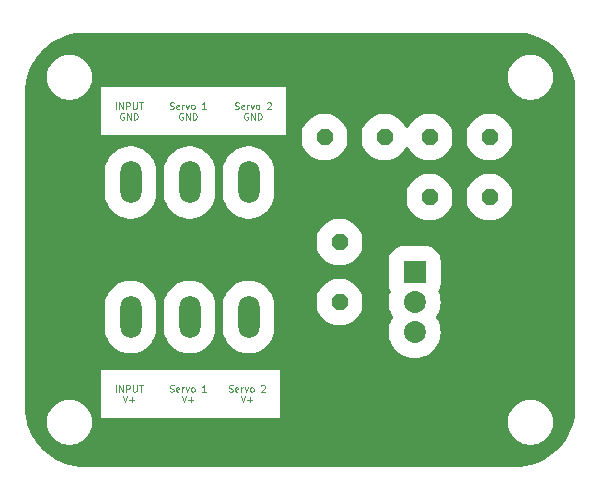
<source format=gbr>
%TF.GenerationSoftware,KiCad,Pcbnew,8.0.1-rc1*%
%TF.CreationDate,2024-04-19T00:03:43-05:00*%
%TF.ProjectId,voltage_converter,766f6c74-6167-4655-9f63-6f6e76657274,rev?*%
%TF.SameCoordinates,Original*%
%TF.FileFunction,Copper,L1,Top*%
%TF.FilePolarity,Positive*%
%FSLAX46Y46*%
G04 Gerber Fmt 4.6, Leading zero omitted, Abs format (unit mm)*
G04 Created by KiCad (PCBNEW 8.0.1-rc1) date 2024-04-19 00:03:43*
%MOMM*%
%LPD*%
G01*
G04 APERTURE LIST*
G04 Aperture macros list*
%AMOutline5P*
0 Free polygon, 5 corners , with rotation*
0 The origin of the aperture is its center*
0 number of corners: always 5*
0 $1 to $10 corner X, Y*
0 $11 Rotation angle, in degrees counterclockwise*
0 create outline with 5 corners*
4,1,5,$1,$2,$3,$4,$5,$6,$7,$8,$9,$10,$1,$2,$11*%
%AMOutline6P*
0 Free polygon, 6 corners , with rotation*
0 The origin of the aperture is its center*
0 number of corners: always 6*
0 $1 to $12 corner X, Y*
0 $13 Rotation angle, in degrees counterclockwise*
0 create outline with 6 corners*
4,1,6,$1,$2,$3,$4,$5,$6,$7,$8,$9,$10,$11,$12,$1,$2,$13*%
%AMOutline7P*
0 Free polygon, 7 corners , with rotation*
0 The origin of the aperture is its center*
0 number of corners: always 7*
0 $1 to $14 corner X, Y*
0 $15 Rotation angle, in degrees counterclockwise*
0 create outline with 7 corners*
4,1,7,$1,$2,$3,$4,$5,$6,$7,$8,$9,$10,$11,$12,$13,$14,$1,$2,$15*%
%AMOutline8P*
0 Free polygon, 8 corners , with rotation*
0 The origin of the aperture is its center*
0 number of corners: always 8*
0 $1 to $16 corner X, Y*
0 $17 Rotation angle, in degrees counterclockwise*
0 create outline with 8 corners*
4,1,8,$1,$2,$3,$4,$5,$6,$7,$8,$9,$10,$11,$12,$13,$14,$15,$16,$1,$2,$17*%
G04 Aperture macros list end*
%ADD10C,0.048768*%
%TA.AperFunction,NonConductor*%
%ADD11C,0.048768*%
%TD*%
%TA.AperFunction,ComponentPad*%
%ADD12Outline8P,-0.660400X0.273547X-0.273547X0.660400X0.273547X0.660400X0.660400X0.273547X0.660400X-0.273547X0.273547X-0.660400X-0.273547X-0.660400X-0.660400X-0.273547X270.000000*%
%TD*%
%TA.AperFunction,ComponentPad*%
%ADD13Outline8P,-0.660400X0.273547X-0.273547X0.660400X0.273547X0.660400X0.660400X0.273547X0.660400X-0.273547X0.273547X-0.660400X-0.273547X-0.660400X-0.660400X-0.273547X180.000000*%
%TD*%
%TA.AperFunction,ComponentPad*%
%ADD14Outline8P,-0.660400X0.273547X-0.273547X0.660400X0.273547X0.660400X0.660400X0.273547X0.660400X-0.273547X0.273547X-0.660400X-0.273547X-0.660400X-0.660400X-0.273547X0.000000*%
%TD*%
%TA.AperFunction,ComponentPad*%
%ADD15C,1.860000*%
%TD*%
%TA.AperFunction,ComponentPad*%
%ADD16R,1.860000X1.860000*%
%TD*%
%TA.AperFunction,ComponentPad*%
%ADD17O,1.790700X3.581400*%
%TD*%
G04 APERTURE END LIST*
D10*
D11*
X142977741Y-93058296D02*
X143057860Y-93085002D01*
X143057860Y-93085002D02*
X143191391Y-93085002D01*
X143191391Y-93085002D02*
X143244804Y-93058296D01*
X143244804Y-93058296D02*
X143271510Y-93031589D01*
X143271510Y-93031589D02*
X143298216Y-92978177D01*
X143298216Y-92978177D02*
X143298216Y-92924764D01*
X143298216Y-92924764D02*
X143271510Y-92871352D01*
X143271510Y-92871352D02*
X143244804Y-92844645D01*
X143244804Y-92844645D02*
X143191391Y-92817939D01*
X143191391Y-92817939D02*
X143084566Y-92791233D01*
X143084566Y-92791233D02*
X143031153Y-92764526D01*
X143031153Y-92764526D02*
X143004447Y-92737820D01*
X143004447Y-92737820D02*
X142977741Y-92684408D01*
X142977741Y-92684408D02*
X142977741Y-92630995D01*
X142977741Y-92630995D02*
X143004447Y-92577582D01*
X143004447Y-92577582D02*
X143031153Y-92550876D01*
X143031153Y-92550876D02*
X143084566Y-92524170D01*
X143084566Y-92524170D02*
X143218097Y-92524170D01*
X143218097Y-92524170D02*
X143298216Y-92550876D01*
X143752223Y-93058296D02*
X143698811Y-93085002D01*
X143698811Y-93085002D02*
X143591986Y-93085002D01*
X143591986Y-93085002D02*
X143538573Y-93058296D01*
X143538573Y-93058296D02*
X143511867Y-93004883D01*
X143511867Y-93004883D02*
X143511867Y-92791233D01*
X143511867Y-92791233D02*
X143538573Y-92737820D01*
X143538573Y-92737820D02*
X143591986Y-92711114D01*
X143591986Y-92711114D02*
X143698811Y-92711114D01*
X143698811Y-92711114D02*
X143752223Y-92737820D01*
X143752223Y-92737820D02*
X143778930Y-92791233D01*
X143778930Y-92791233D02*
X143778930Y-92844645D01*
X143778930Y-92844645D02*
X143511867Y-92898058D01*
X144019286Y-93085002D02*
X144019286Y-92711114D01*
X144019286Y-92817939D02*
X144045992Y-92764526D01*
X144045992Y-92764526D02*
X144072699Y-92737820D01*
X144072699Y-92737820D02*
X144126111Y-92711114D01*
X144126111Y-92711114D02*
X144179524Y-92711114D01*
X144313055Y-92711114D02*
X144446587Y-93085002D01*
X144446587Y-93085002D02*
X144580118Y-92711114D01*
X144873888Y-93085002D02*
X144820475Y-93058296D01*
X144820475Y-93058296D02*
X144793769Y-93031589D01*
X144793769Y-93031589D02*
X144767063Y-92978177D01*
X144767063Y-92978177D02*
X144767063Y-92817939D01*
X144767063Y-92817939D02*
X144793769Y-92764526D01*
X144793769Y-92764526D02*
X144820475Y-92737820D01*
X144820475Y-92737820D02*
X144873888Y-92711114D01*
X144873888Y-92711114D02*
X144954007Y-92711114D01*
X144954007Y-92711114D02*
X145007419Y-92737820D01*
X145007419Y-92737820D02*
X145034126Y-92764526D01*
X145034126Y-92764526D02*
X145060832Y-92817939D01*
X145060832Y-92817939D02*
X145060832Y-92978177D01*
X145060832Y-92978177D02*
X145034126Y-93031589D01*
X145034126Y-93031589D02*
X145007419Y-93058296D01*
X145007419Y-93058296D02*
X144954007Y-93085002D01*
X144954007Y-93085002D02*
X144873888Y-93085002D01*
X145701783Y-92577582D02*
X145728489Y-92550876D01*
X145728489Y-92550876D02*
X145781902Y-92524170D01*
X145781902Y-92524170D02*
X145915433Y-92524170D01*
X145915433Y-92524170D02*
X145968846Y-92550876D01*
X145968846Y-92550876D02*
X145995552Y-92577582D01*
X145995552Y-92577582D02*
X146022258Y-92630995D01*
X146022258Y-92630995D02*
X146022258Y-92684408D01*
X146022258Y-92684408D02*
X145995552Y-92764526D01*
X145995552Y-92764526D02*
X145675076Y-93085002D01*
X145675076Y-93085002D02*
X146022258Y-93085002D01*
X144072699Y-93453784D02*
X144019287Y-93427078D01*
X144019287Y-93427078D02*
X143939168Y-93427078D01*
X143939168Y-93427078D02*
X143859049Y-93453784D01*
X143859049Y-93453784D02*
X143805636Y-93507197D01*
X143805636Y-93507197D02*
X143778930Y-93560609D01*
X143778930Y-93560609D02*
X143752224Y-93667434D01*
X143752224Y-93667434D02*
X143752224Y-93747553D01*
X143752224Y-93747553D02*
X143778930Y-93854378D01*
X143778930Y-93854378D02*
X143805636Y-93907791D01*
X143805636Y-93907791D02*
X143859049Y-93961204D01*
X143859049Y-93961204D02*
X143939168Y-93987910D01*
X143939168Y-93987910D02*
X143992580Y-93987910D01*
X143992580Y-93987910D02*
X144072699Y-93961204D01*
X144072699Y-93961204D02*
X144099405Y-93934497D01*
X144099405Y-93934497D02*
X144099405Y-93747553D01*
X144099405Y-93747553D02*
X143992580Y-93747553D01*
X144339762Y-93987910D02*
X144339762Y-93427078D01*
X144339762Y-93427078D02*
X144660237Y-93987910D01*
X144660237Y-93987910D02*
X144660237Y-93427078D01*
X144927300Y-93987910D02*
X144927300Y-93427078D01*
X144927300Y-93427078D02*
X145060831Y-93427078D01*
X145060831Y-93427078D02*
X145140950Y-93453784D01*
X145140950Y-93453784D02*
X145194363Y-93507197D01*
X145194363Y-93507197D02*
X145221069Y-93560609D01*
X145221069Y-93560609D02*
X145247775Y-93667434D01*
X145247775Y-93667434D02*
X145247775Y-93747553D01*
X145247775Y-93747553D02*
X145221069Y-93854378D01*
X145221069Y-93854378D02*
X145194363Y-93907791D01*
X145194363Y-93907791D02*
X145140950Y-93961204D01*
X145140950Y-93961204D02*
X145060831Y-93987910D01*
X145060831Y-93987910D02*
X144927300Y-93987910D01*
D10*
D11*
X142477741Y-116999215D02*
X142557860Y-117025921D01*
X142557860Y-117025921D02*
X142691391Y-117025921D01*
X142691391Y-117025921D02*
X142744804Y-116999215D01*
X142744804Y-116999215D02*
X142771510Y-116972508D01*
X142771510Y-116972508D02*
X142798216Y-116919096D01*
X142798216Y-116919096D02*
X142798216Y-116865683D01*
X142798216Y-116865683D02*
X142771510Y-116812271D01*
X142771510Y-116812271D02*
X142744804Y-116785564D01*
X142744804Y-116785564D02*
X142691391Y-116758858D01*
X142691391Y-116758858D02*
X142584566Y-116732152D01*
X142584566Y-116732152D02*
X142531153Y-116705445D01*
X142531153Y-116705445D02*
X142504447Y-116678739D01*
X142504447Y-116678739D02*
X142477741Y-116625327D01*
X142477741Y-116625327D02*
X142477741Y-116571914D01*
X142477741Y-116571914D02*
X142504447Y-116518501D01*
X142504447Y-116518501D02*
X142531153Y-116491795D01*
X142531153Y-116491795D02*
X142584566Y-116465089D01*
X142584566Y-116465089D02*
X142718097Y-116465089D01*
X142718097Y-116465089D02*
X142798216Y-116491795D01*
X143252223Y-116999215D02*
X143198811Y-117025921D01*
X143198811Y-117025921D02*
X143091986Y-117025921D01*
X143091986Y-117025921D02*
X143038573Y-116999215D01*
X143038573Y-116999215D02*
X143011867Y-116945802D01*
X143011867Y-116945802D02*
X143011867Y-116732152D01*
X143011867Y-116732152D02*
X143038573Y-116678739D01*
X143038573Y-116678739D02*
X143091986Y-116652033D01*
X143091986Y-116652033D02*
X143198811Y-116652033D01*
X143198811Y-116652033D02*
X143252223Y-116678739D01*
X143252223Y-116678739D02*
X143278930Y-116732152D01*
X143278930Y-116732152D02*
X143278930Y-116785564D01*
X143278930Y-116785564D02*
X143011867Y-116838977D01*
X143519286Y-117025921D02*
X143519286Y-116652033D01*
X143519286Y-116758858D02*
X143545992Y-116705445D01*
X143545992Y-116705445D02*
X143572699Y-116678739D01*
X143572699Y-116678739D02*
X143626111Y-116652033D01*
X143626111Y-116652033D02*
X143679524Y-116652033D01*
X143813055Y-116652033D02*
X143946587Y-117025921D01*
X143946587Y-117025921D02*
X144080118Y-116652033D01*
X144373888Y-117025921D02*
X144320475Y-116999215D01*
X144320475Y-116999215D02*
X144293769Y-116972508D01*
X144293769Y-116972508D02*
X144267063Y-116919096D01*
X144267063Y-116919096D02*
X144267063Y-116758858D01*
X144267063Y-116758858D02*
X144293769Y-116705445D01*
X144293769Y-116705445D02*
X144320475Y-116678739D01*
X144320475Y-116678739D02*
X144373888Y-116652033D01*
X144373888Y-116652033D02*
X144454007Y-116652033D01*
X144454007Y-116652033D02*
X144507419Y-116678739D01*
X144507419Y-116678739D02*
X144534126Y-116705445D01*
X144534126Y-116705445D02*
X144560832Y-116758858D01*
X144560832Y-116758858D02*
X144560832Y-116919096D01*
X144560832Y-116919096D02*
X144534126Y-116972508D01*
X144534126Y-116972508D02*
X144507419Y-116999215D01*
X144507419Y-116999215D02*
X144454007Y-117025921D01*
X144454007Y-117025921D02*
X144373888Y-117025921D01*
X145201783Y-116518501D02*
X145228489Y-116491795D01*
X145228489Y-116491795D02*
X145281902Y-116465089D01*
X145281902Y-116465089D02*
X145415433Y-116465089D01*
X145415433Y-116465089D02*
X145468846Y-116491795D01*
X145468846Y-116491795D02*
X145495552Y-116518501D01*
X145495552Y-116518501D02*
X145522258Y-116571914D01*
X145522258Y-116571914D02*
X145522258Y-116625327D01*
X145522258Y-116625327D02*
X145495552Y-116705445D01*
X145495552Y-116705445D02*
X145175076Y-117025921D01*
X145175076Y-117025921D02*
X145522258Y-117025921D01*
X143465874Y-117367997D02*
X143652818Y-117928829D01*
X143652818Y-117928829D02*
X143839762Y-117367997D01*
X144026706Y-117715179D02*
X144454007Y-117715179D01*
X144240356Y-117928829D02*
X144240356Y-117501528D01*
D10*
D11*
X137477741Y-116999215D02*
X137557860Y-117025921D01*
X137557860Y-117025921D02*
X137691391Y-117025921D01*
X137691391Y-117025921D02*
X137744804Y-116999215D01*
X137744804Y-116999215D02*
X137771510Y-116972508D01*
X137771510Y-116972508D02*
X137798216Y-116919096D01*
X137798216Y-116919096D02*
X137798216Y-116865683D01*
X137798216Y-116865683D02*
X137771510Y-116812271D01*
X137771510Y-116812271D02*
X137744804Y-116785564D01*
X137744804Y-116785564D02*
X137691391Y-116758858D01*
X137691391Y-116758858D02*
X137584566Y-116732152D01*
X137584566Y-116732152D02*
X137531153Y-116705445D01*
X137531153Y-116705445D02*
X137504447Y-116678739D01*
X137504447Y-116678739D02*
X137477741Y-116625327D01*
X137477741Y-116625327D02*
X137477741Y-116571914D01*
X137477741Y-116571914D02*
X137504447Y-116518501D01*
X137504447Y-116518501D02*
X137531153Y-116491795D01*
X137531153Y-116491795D02*
X137584566Y-116465089D01*
X137584566Y-116465089D02*
X137718097Y-116465089D01*
X137718097Y-116465089D02*
X137798216Y-116491795D01*
X138252223Y-116999215D02*
X138198811Y-117025921D01*
X138198811Y-117025921D02*
X138091986Y-117025921D01*
X138091986Y-117025921D02*
X138038573Y-116999215D01*
X138038573Y-116999215D02*
X138011867Y-116945802D01*
X138011867Y-116945802D02*
X138011867Y-116732152D01*
X138011867Y-116732152D02*
X138038573Y-116678739D01*
X138038573Y-116678739D02*
X138091986Y-116652033D01*
X138091986Y-116652033D02*
X138198811Y-116652033D01*
X138198811Y-116652033D02*
X138252223Y-116678739D01*
X138252223Y-116678739D02*
X138278930Y-116732152D01*
X138278930Y-116732152D02*
X138278930Y-116785564D01*
X138278930Y-116785564D02*
X138011867Y-116838977D01*
X138519286Y-117025921D02*
X138519286Y-116652033D01*
X138519286Y-116758858D02*
X138545992Y-116705445D01*
X138545992Y-116705445D02*
X138572699Y-116678739D01*
X138572699Y-116678739D02*
X138626111Y-116652033D01*
X138626111Y-116652033D02*
X138679524Y-116652033D01*
X138813055Y-116652033D02*
X138946587Y-117025921D01*
X138946587Y-117025921D02*
X139080118Y-116652033D01*
X139373888Y-117025921D02*
X139320475Y-116999215D01*
X139320475Y-116999215D02*
X139293769Y-116972508D01*
X139293769Y-116972508D02*
X139267063Y-116919096D01*
X139267063Y-116919096D02*
X139267063Y-116758858D01*
X139267063Y-116758858D02*
X139293769Y-116705445D01*
X139293769Y-116705445D02*
X139320475Y-116678739D01*
X139320475Y-116678739D02*
X139373888Y-116652033D01*
X139373888Y-116652033D02*
X139454007Y-116652033D01*
X139454007Y-116652033D02*
X139507419Y-116678739D01*
X139507419Y-116678739D02*
X139534126Y-116705445D01*
X139534126Y-116705445D02*
X139560832Y-116758858D01*
X139560832Y-116758858D02*
X139560832Y-116919096D01*
X139560832Y-116919096D02*
X139534126Y-116972508D01*
X139534126Y-116972508D02*
X139507419Y-116999215D01*
X139507419Y-116999215D02*
X139454007Y-117025921D01*
X139454007Y-117025921D02*
X139373888Y-117025921D01*
X140522258Y-117025921D02*
X140201783Y-117025921D01*
X140362020Y-117025921D02*
X140362020Y-116465089D01*
X140362020Y-116465089D02*
X140308608Y-116545208D01*
X140308608Y-116545208D02*
X140255195Y-116598620D01*
X140255195Y-116598620D02*
X140201783Y-116625327D01*
X138465874Y-117367997D02*
X138652818Y-117928829D01*
X138652818Y-117928829D02*
X138839762Y-117367997D01*
X139026706Y-117715179D02*
X139454007Y-117715179D01*
X139240356Y-117928829D02*
X139240356Y-117501528D01*
D10*
D11*
X132918395Y-117025921D02*
X132918395Y-116465089D01*
X133185458Y-117025921D02*
X133185458Y-116465089D01*
X133185458Y-116465089D02*
X133505933Y-117025921D01*
X133505933Y-117025921D02*
X133505933Y-116465089D01*
X133772996Y-117025921D02*
X133772996Y-116465089D01*
X133772996Y-116465089D02*
X133986646Y-116465089D01*
X133986646Y-116465089D02*
X134040059Y-116491795D01*
X134040059Y-116491795D02*
X134066765Y-116518501D01*
X134066765Y-116518501D02*
X134093471Y-116571914D01*
X134093471Y-116571914D02*
X134093471Y-116652033D01*
X134093471Y-116652033D02*
X134066765Y-116705445D01*
X134066765Y-116705445D02*
X134040059Y-116732152D01*
X134040059Y-116732152D02*
X133986646Y-116758858D01*
X133986646Y-116758858D02*
X133772996Y-116758858D01*
X134333828Y-116465089D02*
X134333828Y-116919096D01*
X134333828Y-116919096D02*
X134360534Y-116972508D01*
X134360534Y-116972508D02*
X134387241Y-116999215D01*
X134387241Y-116999215D02*
X134440653Y-117025921D01*
X134440653Y-117025921D02*
X134547478Y-117025921D01*
X134547478Y-117025921D02*
X134600891Y-116999215D01*
X134600891Y-116999215D02*
X134627597Y-116972508D01*
X134627597Y-116972508D02*
X134654303Y-116919096D01*
X134654303Y-116919096D02*
X134654303Y-116465089D01*
X134841247Y-116465089D02*
X135161723Y-116465089D01*
X135001485Y-117025921D02*
X135001485Y-116465089D01*
X133465874Y-117367997D02*
X133652818Y-117928829D01*
X133652818Y-117928829D02*
X133839762Y-117367997D01*
X134026706Y-117715179D02*
X134454007Y-117715179D01*
X134240356Y-117928829D02*
X134240356Y-117501528D01*
D10*
D11*
X132918395Y-93085002D02*
X132918395Y-92524170D01*
X133185458Y-93085002D02*
X133185458Y-92524170D01*
X133185458Y-92524170D02*
X133505933Y-93085002D01*
X133505933Y-93085002D02*
X133505933Y-92524170D01*
X133772996Y-93085002D02*
X133772996Y-92524170D01*
X133772996Y-92524170D02*
X133986646Y-92524170D01*
X133986646Y-92524170D02*
X134040059Y-92550876D01*
X134040059Y-92550876D02*
X134066765Y-92577582D01*
X134066765Y-92577582D02*
X134093471Y-92630995D01*
X134093471Y-92630995D02*
X134093471Y-92711114D01*
X134093471Y-92711114D02*
X134066765Y-92764526D01*
X134066765Y-92764526D02*
X134040059Y-92791233D01*
X134040059Y-92791233D02*
X133986646Y-92817939D01*
X133986646Y-92817939D02*
X133772996Y-92817939D01*
X134333828Y-92524170D02*
X134333828Y-92978177D01*
X134333828Y-92978177D02*
X134360534Y-93031589D01*
X134360534Y-93031589D02*
X134387241Y-93058296D01*
X134387241Y-93058296D02*
X134440653Y-93085002D01*
X134440653Y-93085002D02*
X134547478Y-93085002D01*
X134547478Y-93085002D02*
X134600891Y-93058296D01*
X134600891Y-93058296D02*
X134627597Y-93031589D01*
X134627597Y-93031589D02*
X134654303Y-92978177D01*
X134654303Y-92978177D02*
X134654303Y-92524170D01*
X134841247Y-92524170D02*
X135161723Y-92524170D01*
X135001485Y-93085002D02*
X135001485Y-92524170D01*
X133572699Y-93453784D02*
X133519287Y-93427078D01*
X133519287Y-93427078D02*
X133439168Y-93427078D01*
X133439168Y-93427078D02*
X133359049Y-93453784D01*
X133359049Y-93453784D02*
X133305636Y-93507197D01*
X133305636Y-93507197D02*
X133278930Y-93560609D01*
X133278930Y-93560609D02*
X133252224Y-93667434D01*
X133252224Y-93667434D02*
X133252224Y-93747553D01*
X133252224Y-93747553D02*
X133278930Y-93854378D01*
X133278930Y-93854378D02*
X133305636Y-93907791D01*
X133305636Y-93907791D02*
X133359049Y-93961204D01*
X133359049Y-93961204D02*
X133439168Y-93987910D01*
X133439168Y-93987910D02*
X133492580Y-93987910D01*
X133492580Y-93987910D02*
X133572699Y-93961204D01*
X133572699Y-93961204D02*
X133599405Y-93934497D01*
X133599405Y-93934497D02*
X133599405Y-93747553D01*
X133599405Y-93747553D02*
X133492580Y-93747553D01*
X133839762Y-93987910D02*
X133839762Y-93427078D01*
X133839762Y-93427078D02*
X134160237Y-93987910D01*
X134160237Y-93987910D02*
X134160237Y-93427078D01*
X134427300Y-93987910D02*
X134427300Y-93427078D01*
X134427300Y-93427078D02*
X134560831Y-93427078D01*
X134560831Y-93427078D02*
X134640950Y-93453784D01*
X134640950Y-93453784D02*
X134694363Y-93507197D01*
X134694363Y-93507197D02*
X134721069Y-93560609D01*
X134721069Y-93560609D02*
X134747775Y-93667434D01*
X134747775Y-93667434D02*
X134747775Y-93747553D01*
X134747775Y-93747553D02*
X134721069Y-93854378D01*
X134721069Y-93854378D02*
X134694363Y-93907791D01*
X134694363Y-93907791D02*
X134640950Y-93961204D01*
X134640950Y-93961204D02*
X134560831Y-93987910D01*
X134560831Y-93987910D02*
X134427300Y-93987910D01*
D10*
D11*
X137477741Y-93058296D02*
X137557860Y-93085002D01*
X137557860Y-93085002D02*
X137691391Y-93085002D01*
X137691391Y-93085002D02*
X137744804Y-93058296D01*
X137744804Y-93058296D02*
X137771510Y-93031589D01*
X137771510Y-93031589D02*
X137798216Y-92978177D01*
X137798216Y-92978177D02*
X137798216Y-92924764D01*
X137798216Y-92924764D02*
X137771510Y-92871352D01*
X137771510Y-92871352D02*
X137744804Y-92844645D01*
X137744804Y-92844645D02*
X137691391Y-92817939D01*
X137691391Y-92817939D02*
X137584566Y-92791233D01*
X137584566Y-92791233D02*
X137531153Y-92764526D01*
X137531153Y-92764526D02*
X137504447Y-92737820D01*
X137504447Y-92737820D02*
X137477741Y-92684408D01*
X137477741Y-92684408D02*
X137477741Y-92630995D01*
X137477741Y-92630995D02*
X137504447Y-92577582D01*
X137504447Y-92577582D02*
X137531153Y-92550876D01*
X137531153Y-92550876D02*
X137584566Y-92524170D01*
X137584566Y-92524170D02*
X137718097Y-92524170D01*
X137718097Y-92524170D02*
X137798216Y-92550876D01*
X138252223Y-93058296D02*
X138198811Y-93085002D01*
X138198811Y-93085002D02*
X138091986Y-93085002D01*
X138091986Y-93085002D02*
X138038573Y-93058296D01*
X138038573Y-93058296D02*
X138011867Y-93004883D01*
X138011867Y-93004883D02*
X138011867Y-92791233D01*
X138011867Y-92791233D02*
X138038573Y-92737820D01*
X138038573Y-92737820D02*
X138091986Y-92711114D01*
X138091986Y-92711114D02*
X138198811Y-92711114D01*
X138198811Y-92711114D02*
X138252223Y-92737820D01*
X138252223Y-92737820D02*
X138278930Y-92791233D01*
X138278930Y-92791233D02*
X138278930Y-92844645D01*
X138278930Y-92844645D02*
X138011867Y-92898058D01*
X138519286Y-93085002D02*
X138519286Y-92711114D01*
X138519286Y-92817939D02*
X138545992Y-92764526D01*
X138545992Y-92764526D02*
X138572699Y-92737820D01*
X138572699Y-92737820D02*
X138626111Y-92711114D01*
X138626111Y-92711114D02*
X138679524Y-92711114D01*
X138813055Y-92711114D02*
X138946587Y-93085002D01*
X138946587Y-93085002D02*
X139080118Y-92711114D01*
X139373888Y-93085002D02*
X139320475Y-93058296D01*
X139320475Y-93058296D02*
X139293769Y-93031589D01*
X139293769Y-93031589D02*
X139267063Y-92978177D01*
X139267063Y-92978177D02*
X139267063Y-92817939D01*
X139267063Y-92817939D02*
X139293769Y-92764526D01*
X139293769Y-92764526D02*
X139320475Y-92737820D01*
X139320475Y-92737820D02*
X139373888Y-92711114D01*
X139373888Y-92711114D02*
X139454007Y-92711114D01*
X139454007Y-92711114D02*
X139507419Y-92737820D01*
X139507419Y-92737820D02*
X139534126Y-92764526D01*
X139534126Y-92764526D02*
X139560832Y-92817939D01*
X139560832Y-92817939D02*
X139560832Y-92978177D01*
X139560832Y-92978177D02*
X139534126Y-93031589D01*
X139534126Y-93031589D02*
X139507419Y-93058296D01*
X139507419Y-93058296D02*
X139454007Y-93085002D01*
X139454007Y-93085002D02*
X139373888Y-93085002D01*
X140522258Y-93085002D02*
X140201783Y-93085002D01*
X140362020Y-93085002D02*
X140362020Y-92524170D01*
X140362020Y-92524170D02*
X140308608Y-92604289D01*
X140308608Y-92604289D02*
X140255195Y-92657701D01*
X140255195Y-92657701D02*
X140201783Y-92684408D01*
X138572699Y-93453784D02*
X138519287Y-93427078D01*
X138519287Y-93427078D02*
X138439168Y-93427078D01*
X138439168Y-93427078D02*
X138359049Y-93453784D01*
X138359049Y-93453784D02*
X138305636Y-93507197D01*
X138305636Y-93507197D02*
X138278930Y-93560609D01*
X138278930Y-93560609D02*
X138252224Y-93667434D01*
X138252224Y-93667434D02*
X138252224Y-93747553D01*
X138252224Y-93747553D02*
X138278930Y-93854378D01*
X138278930Y-93854378D02*
X138305636Y-93907791D01*
X138305636Y-93907791D02*
X138359049Y-93961204D01*
X138359049Y-93961204D02*
X138439168Y-93987910D01*
X138439168Y-93987910D02*
X138492580Y-93987910D01*
X138492580Y-93987910D02*
X138572699Y-93961204D01*
X138572699Y-93961204D02*
X138599405Y-93934497D01*
X138599405Y-93934497D02*
X138599405Y-93747553D01*
X138599405Y-93747553D02*
X138492580Y-93747553D01*
X138839762Y-93987910D02*
X138839762Y-93427078D01*
X138839762Y-93427078D02*
X139160237Y-93987910D01*
X139160237Y-93987910D02*
X139160237Y-93427078D01*
X139427300Y-93987910D02*
X139427300Y-93427078D01*
X139427300Y-93427078D02*
X139560831Y-93427078D01*
X139560831Y-93427078D02*
X139640950Y-93453784D01*
X139640950Y-93453784D02*
X139694363Y-93507197D01*
X139694363Y-93507197D02*
X139721069Y-93560609D01*
X139721069Y-93560609D02*
X139747775Y-93667434D01*
X139747775Y-93667434D02*
X139747775Y-93747553D01*
X139747775Y-93747553D02*
X139721069Y-93854378D01*
X139721069Y-93854378D02*
X139694363Y-93907791D01*
X139694363Y-93907791D02*
X139640950Y-93961204D01*
X139640950Y-93961204D02*
X139560831Y-93987910D01*
X139560831Y-93987910D02*
X139427300Y-93987910D01*
D12*
%TO.P,R1,2*%
%TO.N,+8V*%
X151841100Y-109443600D03*
%TO.P,R1,1*%
%TO.N,N$3*%
X151841100Y-104363600D03*
%TD*%
D13*
%TO.P,R2,2*%
%TO.N,N$3*%
X159461100Y-100553600D03*
%TO.P,R2,1*%
%TO.N,N$2*%
X164541100Y-100553600D03*
%TD*%
D14*
%TO.P,R3,2*%
%TO.N,N$2*%
X164541100Y-95473600D03*
%TO.P,R3,1*%
%TO.N,N$1*%
X159461100Y-95473600D03*
%TD*%
%TO.P,R4,2*%
%TO.N,N$1*%
X155651100Y-95473600D03*
%TO.P,R4,1*%
%TO.N,GND*%
X150571100Y-95473600D03*
%TD*%
D15*
%TO.P,VR1,3*%
%TO.N,VCC*%
X158191100Y-111983600D03*
%TO.P,VR1,2*%
%TO.N,+8V*%
X158191100Y-109443600D03*
D16*
%TO.P,VR1,1*%
%TO.N,N$3*%
X158191100Y-106903600D03*
%TD*%
D17*
%TO.P,X4,3*%
%TO.N,VCC*%
X134141100Y-110693600D03*
%TO.P,X4,2*%
%TO.N,+8V*%
X139141100Y-110693600D03*
%TO.P,X4,1*%
X144141100Y-110693600D03*
%TD*%
%TO.P,X5,3*%
%TO.N,GND*%
X144141100Y-99303600D03*
%TO.P,X5,2*%
X139141100Y-99303600D03*
%TO.P,X5,1*%
X134141100Y-99303600D03*
%TD*%
%TA.AperFunction,NonConductor*%
G36*
X166753662Y-86619205D02*
G01*
X167163388Y-86636152D01*
X167173561Y-86636995D01*
X167577969Y-86687404D01*
X167588049Y-86689086D01*
X167986901Y-86772716D01*
X167996809Y-86775225D01*
X168387394Y-86891508D01*
X168397062Y-86894827D01*
X168776696Y-87042961D01*
X168786081Y-87047078D01*
X169152157Y-87226042D01*
X169161171Y-87230919D01*
X169511252Y-87439522D01*
X169519831Y-87445128D01*
X169851461Y-87681906D01*
X169859543Y-87688197D01*
X170170512Y-87951574D01*
X170178052Y-87958515D01*
X170466184Y-88246647D01*
X170473125Y-88254187D01*
X170736502Y-88565156D01*
X170742797Y-88573244D01*
X170979571Y-88904868D01*
X170985177Y-88913447D01*
X171193780Y-89263528D01*
X171198657Y-89272542D01*
X171377621Y-89638618D01*
X171381738Y-89648003D01*
X171529867Y-90027625D01*
X171533195Y-90037318D01*
X171649470Y-90427877D01*
X171651986Y-90437812D01*
X171735610Y-90836636D01*
X171737297Y-90846745D01*
X171787702Y-91251117D01*
X171788548Y-91261331D01*
X171805494Y-91671037D01*
X171805600Y-91676161D01*
X171805600Y-118331038D01*
X171805494Y-118336162D01*
X171788548Y-118745868D01*
X171787702Y-118756082D01*
X171737297Y-119160454D01*
X171735610Y-119170563D01*
X171651986Y-119569387D01*
X171649470Y-119579322D01*
X171533195Y-119969881D01*
X171529867Y-119979574D01*
X171381738Y-120359196D01*
X171377621Y-120368581D01*
X171198657Y-120734657D01*
X171193780Y-120743671D01*
X170985177Y-121093752D01*
X170979571Y-121102331D01*
X170742797Y-121433955D01*
X170736502Y-121442043D01*
X170473125Y-121753012D01*
X170466184Y-121760552D01*
X170178052Y-122048684D01*
X170170512Y-122055625D01*
X169859543Y-122319002D01*
X169851455Y-122325297D01*
X169519831Y-122562071D01*
X169511252Y-122567677D01*
X169161171Y-122776280D01*
X169152157Y-122781157D01*
X168786081Y-122960121D01*
X168776696Y-122964238D01*
X168397074Y-123112367D01*
X168387381Y-123115695D01*
X167996822Y-123231970D01*
X167986887Y-123234486D01*
X167588063Y-123318110D01*
X167577954Y-123319797D01*
X167173582Y-123370202D01*
X167163368Y-123371048D01*
X166753663Y-123387994D01*
X166748539Y-123388100D01*
X130253661Y-123388100D01*
X130248537Y-123387994D01*
X129838831Y-123371048D01*
X129828617Y-123370202D01*
X129424245Y-123319797D01*
X129414136Y-123318110D01*
X129015312Y-123234486D01*
X129005377Y-123231970D01*
X128614818Y-123115695D01*
X128605125Y-123112367D01*
X128225503Y-122964238D01*
X128216118Y-122960121D01*
X127850042Y-122781157D01*
X127841028Y-122776280D01*
X127490947Y-122567677D01*
X127482368Y-122562071D01*
X127150744Y-122325297D01*
X127142656Y-122319002D01*
X126831687Y-122055625D01*
X126824147Y-122048684D01*
X126536015Y-121760552D01*
X126529074Y-121753012D01*
X126265697Y-121442043D01*
X126259402Y-121433955D01*
X126240906Y-121408050D01*
X126022628Y-121102331D01*
X126017022Y-121093752D01*
X125808419Y-120743671D01*
X125803542Y-120734657D01*
X125662629Y-120446416D01*
X125624576Y-120368577D01*
X125620461Y-120359196D01*
X125554861Y-120191077D01*
X125472327Y-119979562D01*
X125469008Y-119969894D01*
X125397059Y-119728224D01*
X127079600Y-119728224D01*
X127079601Y-119728241D01*
X127112134Y-119975356D01*
X127176649Y-120216129D01*
X127272031Y-120446404D01*
X127272038Y-120446419D01*
X127396667Y-120662283D01*
X127548407Y-120860034D01*
X127548413Y-120860041D01*
X127724658Y-121036286D01*
X127724665Y-121036292D01*
X127922416Y-121188032D01*
X128138280Y-121312661D01*
X128138295Y-121312668D01*
X128237535Y-121353774D01*
X128368571Y-121408051D01*
X128609340Y-121472565D01*
X128856469Y-121505100D01*
X128856476Y-121505100D01*
X129105724Y-121505100D01*
X129105731Y-121505100D01*
X129352860Y-121472565D01*
X129593629Y-121408051D01*
X129823916Y-121312663D01*
X130039784Y-121188032D01*
X130237536Y-121036291D01*
X130413791Y-120860036D01*
X130565532Y-120662284D01*
X130690163Y-120446416D01*
X130785551Y-120216129D01*
X130850065Y-119975360D01*
X130882600Y-119728231D01*
X130882600Y-119728224D01*
X166098500Y-119728224D01*
X166098501Y-119728241D01*
X166131034Y-119975356D01*
X166195549Y-120216129D01*
X166290931Y-120446404D01*
X166290938Y-120446419D01*
X166415567Y-120662283D01*
X166567307Y-120860034D01*
X166567313Y-120860041D01*
X166743558Y-121036286D01*
X166743565Y-121036292D01*
X166941316Y-121188032D01*
X167157180Y-121312661D01*
X167157195Y-121312668D01*
X167256435Y-121353774D01*
X167387471Y-121408051D01*
X167628240Y-121472565D01*
X167875369Y-121505100D01*
X167875376Y-121505100D01*
X168124624Y-121505100D01*
X168124631Y-121505100D01*
X168371760Y-121472565D01*
X168612529Y-121408051D01*
X168842816Y-121312663D01*
X169058684Y-121188032D01*
X169256436Y-121036291D01*
X169432691Y-120860036D01*
X169584432Y-120662284D01*
X169709063Y-120446416D01*
X169804451Y-120216129D01*
X169868965Y-119975360D01*
X169901500Y-119728231D01*
X169901500Y-119478969D01*
X169868965Y-119231840D01*
X169804451Y-118991071D01*
X169709063Y-118760784D01*
X169706348Y-118756082D01*
X169584432Y-118544916D01*
X169432692Y-118347165D01*
X169432686Y-118347158D01*
X169256441Y-118170913D01*
X169256434Y-118170907D01*
X169058683Y-118019167D01*
X168842819Y-117894538D01*
X168842804Y-117894531D01*
X168612529Y-117799149D01*
X168371756Y-117734634D01*
X168124641Y-117702101D01*
X168124636Y-117702100D01*
X168124631Y-117702100D01*
X167875369Y-117702100D01*
X167875363Y-117702100D01*
X167875358Y-117702101D01*
X167628243Y-117734634D01*
X167387470Y-117799149D01*
X167157195Y-117894531D01*
X167157180Y-117894538D01*
X166941316Y-118019167D01*
X166743565Y-118170907D01*
X166743558Y-118170913D01*
X166567313Y-118347158D01*
X166567307Y-118347165D01*
X166415567Y-118544916D01*
X166290938Y-118760780D01*
X166290931Y-118760795D01*
X166195549Y-118991070D01*
X166131034Y-119231843D01*
X166098501Y-119478958D01*
X166098500Y-119478975D01*
X166098500Y-119728224D01*
X130882600Y-119728224D01*
X130882600Y-119478969D01*
X130850065Y-119231840D01*
X130785551Y-118991071D01*
X130690163Y-118760784D01*
X130687448Y-118756082D01*
X130565532Y-118544916D01*
X130413792Y-118347165D01*
X130413786Y-118347158D01*
X130237541Y-118170913D01*
X130237534Y-118170907D01*
X130039783Y-118019167D01*
X129823919Y-117894538D01*
X129823904Y-117894531D01*
X129593629Y-117799149D01*
X129352856Y-117734634D01*
X129105741Y-117702101D01*
X129105736Y-117702100D01*
X129105731Y-117702100D01*
X128856469Y-117702100D01*
X128856463Y-117702100D01*
X128856458Y-117702101D01*
X128609343Y-117734634D01*
X128368570Y-117799149D01*
X128138295Y-117894531D01*
X128138280Y-117894538D01*
X127922416Y-118019167D01*
X127724665Y-118170907D01*
X127724658Y-118170913D01*
X127548413Y-118347158D01*
X127548407Y-118347165D01*
X127396667Y-118544916D01*
X127272038Y-118760780D01*
X127272031Y-118760795D01*
X127176649Y-118991070D01*
X127112134Y-119231843D01*
X127079601Y-119478958D01*
X127079600Y-119478975D01*
X127079600Y-119728224D01*
X125397059Y-119728224D01*
X125352725Y-119579309D01*
X125350216Y-119569401D01*
X125266586Y-119170549D01*
X125264904Y-119160469D01*
X125214495Y-118756061D01*
X125213652Y-118745888D01*
X125196706Y-118336162D01*
X125196600Y-118331038D01*
X125196600Y-115163519D01*
X131618511Y-115163519D01*
X131618511Y-119230399D01*
X146823828Y-119230399D01*
X146823828Y-115163519D01*
X141822142Y-115163519D01*
X136461607Y-115163519D01*
X131618511Y-115163519D01*
X125196600Y-115163519D01*
X125196600Y-111730900D01*
X131975250Y-111730900D01*
X131975251Y-111730917D01*
X132012307Y-112012389D01*
X132085792Y-112286637D01*
X132194438Y-112548932D01*
X132194443Y-112548943D01*
X132336393Y-112794806D01*
X132336404Y-112794822D01*
X132509232Y-113020056D01*
X132509238Y-113020063D01*
X132709986Y-113220811D01*
X132709992Y-113220816D01*
X132935236Y-113393652D01*
X132935243Y-113393656D01*
X133181106Y-113535606D01*
X133181111Y-113535608D01*
X133181114Y-113535610D01*
X133443417Y-113644259D01*
X133717657Y-113717742D01*
X133999143Y-113754800D01*
X133999150Y-113754800D01*
X134283050Y-113754800D01*
X134283057Y-113754800D01*
X134564543Y-113717742D01*
X134838783Y-113644259D01*
X135101086Y-113535610D01*
X135346964Y-113393652D01*
X135572208Y-113220816D01*
X135772966Y-113020058D01*
X135945802Y-112794814D01*
X136084628Y-112554360D01*
X136087756Y-112548943D01*
X136087756Y-112548942D01*
X136087760Y-112548936D01*
X136196409Y-112286633D01*
X136269892Y-112012393D01*
X136306950Y-111730907D01*
X136306950Y-111730900D01*
X136975250Y-111730900D01*
X136975251Y-111730917D01*
X137012307Y-112012389D01*
X137085792Y-112286637D01*
X137194438Y-112548932D01*
X137194443Y-112548943D01*
X137336393Y-112794806D01*
X137336404Y-112794822D01*
X137509232Y-113020056D01*
X137509238Y-113020063D01*
X137709986Y-113220811D01*
X137709992Y-113220816D01*
X137935236Y-113393652D01*
X137935243Y-113393656D01*
X138181106Y-113535606D01*
X138181111Y-113535608D01*
X138181114Y-113535610D01*
X138443417Y-113644259D01*
X138717657Y-113717742D01*
X138999143Y-113754800D01*
X138999150Y-113754800D01*
X139283050Y-113754800D01*
X139283057Y-113754800D01*
X139564543Y-113717742D01*
X139838783Y-113644259D01*
X140101086Y-113535610D01*
X140346964Y-113393652D01*
X140572208Y-113220816D01*
X140772966Y-113020058D01*
X140945802Y-112794814D01*
X141084628Y-112554360D01*
X141087756Y-112548943D01*
X141087756Y-112548942D01*
X141087760Y-112548936D01*
X141196409Y-112286633D01*
X141269892Y-112012393D01*
X141306950Y-111730907D01*
X141306950Y-111730900D01*
X141975250Y-111730900D01*
X141975251Y-111730917D01*
X142012307Y-112012389D01*
X142085792Y-112286637D01*
X142194438Y-112548932D01*
X142194443Y-112548943D01*
X142336393Y-112794806D01*
X142336404Y-112794822D01*
X142509232Y-113020056D01*
X142509238Y-113020063D01*
X142709986Y-113220811D01*
X142709992Y-113220816D01*
X142935236Y-113393652D01*
X142935243Y-113393656D01*
X143181106Y-113535606D01*
X143181111Y-113535608D01*
X143181114Y-113535610D01*
X143443417Y-113644259D01*
X143717657Y-113717742D01*
X143999143Y-113754800D01*
X143999150Y-113754800D01*
X144283050Y-113754800D01*
X144283057Y-113754800D01*
X144564543Y-113717742D01*
X144838783Y-113644259D01*
X145101086Y-113535610D01*
X145346964Y-113393652D01*
X145572208Y-113220816D01*
X145772966Y-113020058D01*
X145945802Y-112794814D01*
X146084628Y-112554360D01*
X146087756Y-112548943D01*
X146087756Y-112548942D01*
X146087760Y-112548936D01*
X146196409Y-112286633D01*
X146269892Y-112012393D01*
X146273683Y-111983600D01*
X155985878Y-111983600D01*
X156004744Y-112271437D01*
X156004746Y-112271449D01*
X156061017Y-112554345D01*
X156061021Y-112554360D01*
X156153742Y-112827505D01*
X156281319Y-113086206D01*
X156281323Y-113086213D01*
X156441578Y-113326052D01*
X156631772Y-113542927D01*
X156831111Y-113717742D01*
X156848646Y-113733120D01*
X157088489Y-113893378D01*
X157347198Y-114020959D01*
X157620347Y-114113681D01*
X157903261Y-114169956D01*
X158191100Y-114188822D01*
X158478939Y-114169956D01*
X158761853Y-114113681D01*
X159035002Y-114020959D01*
X159293711Y-113893378D01*
X159533554Y-113733120D01*
X159750427Y-113542927D01*
X159940620Y-113326054D01*
X160100878Y-113086211D01*
X160228459Y-112827502D01*
X160321181Y-112554353D01*
X160377456Y-112271439D01*
X160396322Y-111983600D01*
X160377456Y-111695761D01*
X160321181Y-111412847D01*
X160228459Y-111139698D01*
X160100878Y-110880989D01*
X160035062Y-110782489D01*
X160014185Y-110715814D01*
X160032669Y-110648434D01*
X160035047Y-110644732D01*
X160100878Y-110546211D01*
X160228459Y-110287502D01*
X160321181Y-110014353D01*
X160377456Y-109731439D01*
X160396322Y-109443600D01*
X160377456Y-109155761D01*
X160321181Y-108872847D01*
X160228459Y-108599698D01*
X160222278Y-108587164D01*
X160210283Y-108518332D01*
X160228965Y-108468624D01*
X160227825Y-108467977D01*
X160230571Y-108463137D01*
X160230572Y-108463136D01*
X160325151Y-108254916D01*
X160381030Y-108033153D01*
X160391600Y-107898847D01*
X160391599Y-105908354D01*
X160381030Y-105774047D01*
X160325151Y-105552284D01*
X160230572Y-105344064D01*
X160230571Y-105344062D01*
X160230568Y-105344056D01*
X160100340Y-105156085D01*
X160100337Y-105156081D01*
X160100334Y-105156077D01*
X159938623Y-104994366D01*
X159938619Y-104994363D01*
X159938614Y-104994359D01*
X159750643Y-104864131D01*
X159750637Y-104864128D01*
X159596662Y-104794189D01*
X159542416Y-104769549D01*
X159320653Y-104713670D01*
X159186347Y-104703100D01*
X159186345Y-104703100D01*
X157195861Y-104703100D01*
X157195846Y-104703101D01*
X157061547Y-104713670D01*
X156839784Y-104769549D01*
X156631562Y-104864128D01*
X156631556Y-104864131D01*
X156443585Y-104994359D01*
X156443573Y-104994369D01*
X156281869Y-105156073D01*
X156281859Y-105156085D01*
X156151631Y-105344056D01*
X156151628Y-105344062D01*
X156057049Y-105552284D01*
X156001170Y-105774047D01*
X155990600Y-105908347D01*
X155990600Y-107898838D01*
X155990601Y-107898853D01*
X155998053Y-107993543D01*
X156001170Y-108033153D01*
X156057049Y-108254916D01*
X156116564Y-108385940D01*
X156151628Y-108463136D01*
X156154376Y-108467979D01*
X156152981Y-108468770D01*
X156172634Y-108528028D01*
X156159925Y-108587156D01*
X156153739Y-108599701D01*
X156153738Y-108599704D01*
X156061021Y-108872839D01*
X156061017Y-108872854D01*
X156004746Y-109155750D01*
X156004744Y-109155762D01*
X155985878Y-109443600D01*
X156004744Y-109731437D01*
X156004746Y-109731449D01*
X156061017Y-110014345D01*
X156061021Y-110014360D01*
X156153742Y-110287505D01*
X156281322Y-110546212D01*
X156347136Y-110644709D01*
X156368014Y-110711387D01*
X156349529Y-110778767D01*
X156347136Y-110782491D01*
X156281322Y-110880987D01*
X156153742Y-111139694D01*
X156061021Y-111412839D01*
X156061017Y-111412854D01*
X156004746Y-111695750D01*
X156004744Y-111695762D01*
X155985878Y-111983600D01*
X146273683Y-111983600D01*
X146306950Y-111730907D01*
X146306950Y-109800256D01*
X149910200Y-109800256D01*
X149914769Y-109874189D01*
X149914769Y-109874190D01*
X149963152Y-110097701D01*
X149963152Y-110097702D01*
X150050671Y-110308990D01*
X150174508Y-110501253D01*
X150223559Y-110556765D01*
X150223562Y-110556768D01*
X150727935Y-111061140D01*
X150783440Y-111110187D01*
X150783444Y-111110190D01*
X150783448Y-111110193D01*
X150975712Y-111234030D01*
X151186998Y-111321548D01*
X151410510Y-111369931D01*
X151410515Y-111369932D01*
X151484446Y-111374500D01*
X152197756Y-111374500D01*
X152197757Y-111374500D01*
X152271687Y-111369931D01*
X152495204Y-111321547D01*
X152706490Y-111234029D01*
X152898753Y-111110192D01*
X152954259Y-111061146D01*
X153458646Y-110556758D01*
X153507693Y-110501252D01*
X153631530Y-110308988D01*
X153719048Y-110097702D01*
X153767432Y-109874185D01*
X153772000Y-109800254D01*
X153772000Y-109086943D01*
X153767431Y-109013013D01*
X153719047Y-108789496D01*
X153631529Y-108578210D01*
X153507692Y-108385947D01*
X153458646Y-108330441D01*
X153458640Y-108330434D01*
X153458637Y-108330431D01*
X152954264Y-107826059D01*
X152898759Y-107777012D01*
X152898753Y-107777008D01*
X152898752Y-107777007D01*
X152706488Y-107653170D01*
X152495200Y-107565651D01*
X152271686Y-107517268D01*
X152271690Y-107517268D01*
X152197754Y-107512700D01*
X151484443Y-107512700D01*
X151465960Y-107513842D01*
X151410510Y-107517269D01*
X151410509Y-107517269D01*
X151186998Y-107565652D01*
X151186997Y-107565652D01*
X150975709Y-107653171D01*
X150783446Y-107777008D01*
X150727934Y-107826059D01*
X150727931Y-107826062D01*
X150223559Y-108330435D01*
X150174512Y-108385940D01*
X150174508Y-108385946D01*
X150050670Y-108578211D01*
X149963151Y-108789499D01*
X149963151Y-108789500D01*
X149914768Y-109013011D01*
X149910200Y-109086946D01*
X149910200Y-109800256D01*
X146306950Y-109800256D01*
X146306950Y-109656293D01*
X146269892Y-109374807D01*
X146196409Y-109100567D01*
X146087760Y-108838264D01*
X146087758Y-108838261D01*
X146087756Y-108838256D01*
X145945806Y-108592393D01*
X145945802Y-108592386D01*
X145846625Y-108463136D01*
X145772967Y-108367143D01*
X145772961Y-108367136D01*
X145572213Y-108166388D01*
X145572206Y-108166382D01*
X145346972Y-107993554D01*
X145346970Y-107993552D01*
X145346964Y-107993548D01*
X145346959Y-107993545D01*
X145346956Y-107993543D01*
X145101093Y-107851593D01*
X145101082Y-107851588D01*
X144838787Y-107742942D01*
X144564539Y-107669457D01*
X144283067Y-107632401D01*
X144283062Y-107632400D01*
X144283057Y-107632400D01*
X143999143Y-107632400D01*
X143999137Y-107632400D01*
X143999132Y-107632401D01*
X143717660Y-107669457D01*
X143443412Y-107742942D01*
X143181117Y-107851588D01*
X143181106Y-107851593D01*
X142935243Y-107993543D01*
X142935227Y-107993554D01*
X142709993Y-108166382D01*
X142709986Y-108166388D01*
X142509238Y-108367136D01*
X142509232Y-108367143D01*
X142336404Y-108592377D01*
X142336393Y-108592393D01*
X142194443Y-108838256D01*
X142194438Y-108838267D01*
X142085792Y-109100562D01*
X142012307Y-109374810D01*
X141975251Y-109656282D01*
X141975250Y-109656299D01*
X141975250Y-111730900D01*
X141306950Y-111730900D01*
X141306950Y-109656293D01*
X141269892Y-109374807D01*
X141196409Y-109100567D01*
X141087760Y-108838264D01*
X141087758Y-108838261D01*
X141087756Y-108838256D01*
X140945806Y-108592393D01*
X140945802Y-108592386D01*
X140846625Y-108463136D01*
X140772967Y-108367143D01*
X140772961Y-108367136D01*
X140572213Y-108166388D01*
X140572206Y-108166382D01*
X140346972Y-107993554D01*
X140346970Y-107993552D01*
X140346964Y-107993548D01*
X140346959Y-107993545D01*
X140346956Y-107993543D01*
X140101093Y-107851593D01*
X140101082Y-107851588D01*
X139838787Y-107742942D01*
X139564539Y-107669457D01*
X139283067Y-107632401D01*
X139283062Y-107632400D01*
X139283057Y-107632400D01*
X138999143Y-107632400D01*
X138999137Y-107632400D01*
X138999132Y-107632401D01*
X138717660Y-107669457D01*
X138443412Y-107742942D01*
X138181117Y-107851588D01*
X138181106Y-107851593D01*
X137935243Y-107993543D01*
X137935227Y-107993554D01*
X137709993Y-108166382D01*
X137709986Y-108166388D01*
X137509238Y-108367136D01*
X137509232Y-108367143D01*
X137336404Y-108592377D01*
X137336393Y-108592393D01*
X137194443Y-108838256D01*
X137194438Y-108838267D01*
X137085792Y-109100562D01*
X137012307Y-109374810D01*
X136975251Y-109656282D01*
X136975250Y-109656299D01*
X136975250Y-111730900D01*
X136306950Y-111730900D01*
X136306950Y-109656293D01*
X136269892Y-109374807D01*
X136196409Y-109100567D01*
X136087760Y-108838264D01*
X136087758Y-108838261D01*
X136087756Y-108838256D01*
X135945806Y-108592393D01*
X135945802Y-108592386D01*
X135846625Y-108463136D01*
X135772967Y-108367143D01*
X135772961Y-108367136D01*
X135572213Y-108166388D01*
X135572206Y-108166382D01*
X135346972Y-107993554D01*
X135346970Y-107993552D01*
X135346964Y-107993548D01*
X135346959Y-107993545D01*
X135346956Y-107993543D01*
X135101093Y-107851593D01*
X135101082Y-107851588D01*
X134838787Y-107742942D01*
X134564539Y-107669457D01*
X134283067Y-107632401D01*
X134283062Y-107632400D01*
X134283057Y-107632400D01*
X133999143Y-107632400D01*
X133999137Y-107632400D01*
X133999132Y-107632401D01*
X133717660Y-107669457D01*
X133443412Y-107742942D01*
X133181117Y-107851588D01*
X133181106Y-107851593D01*
X132935243Y-107993543D01*
X132935227Y-107993554D01*
X132709993Y-108166382D01*
X132709986Y-108166388D01*
X132509238Y-108367136D01*
X132509232Y-108367143D01*
X132336404Y-108592377D01*
X132336393Y-108592393D01*
X132194443Y-108838256D01*
X132194438Y-108838267D01*
X132085792Y-109100562D01*
X132012307Y-109374810D01*
X131975251Y-109656282D01*
X131975250Y-109656299D01*
X131975250Y-111730900D01*
X125196600Y-111730900D01*
X125196600Y-104720256D01*
X149910200Y-104720256D01*
X149914769Y-104794189D01*
X149914769Y-104794190D01*
X149963152Y-105017701D01*
X149963152Y-105017702D01*
X150050671Y-105228990D01*
X150174508Y-105421253D01*
X150223559Y-105476765D01*
X150223562Y-105476768D01*
X150727935Y-105981140D01*
X150783440Y-106030187D01*
X150783444Y-106030190D01*
X150783448Y-106030193D01*
X150975712Y-106154030D01*
X151186998Y-106241548D01*
X151410510Y-106289931D01*
X151410515Y-106289932D01*
X151484446Y-106294500D01*
X152197756Y-106294500D01*
X152197757Y-106294500D01*
X152271687Y-106289931D01*
X152495204Y-106241547D01*
X152706490Y-106154029D01*
X152898753Y-106030192D01*
X152954259Y-105981146D01*
X153458646Y-105476758D01*
X153507693Y-105421252D01*
X153631530Y-105228988D01*
X153719048Y-105017702D01*
X153767432Y-104794185D01*
X153772000Y-104720254D01*
X153772000Y-104006943D01*
X153767431Y-103933013D01*
X153719047Y-103709496D01*
X153631529Y-103498210D01*
X153507692Y-103305947D01*
X153458646Y-103250441D01*
X153458640Y-103250434D01*
X153458637Y-103250431D01*
X152954264Y-102746059D01*
X152898759Y-102697012D01*
X152898753Y-102697008D01*
X152898752Y-102697007D01*
X152706488Y-102573170D01*
X152495200Y-102485651D01*
X152271686Y-102437268D01*
X152271690Y-102437268D01*
X152197754Y-102432700D01*
X151484443Y-102432700D01*
X151465960Y-102433842D01*
X151410510Y-102437269D01*
X151410509Y-102437269D01*
X151186998Y-102485652D01*
X151186997Y-102485652D01*
X150975709Y-102573171D01*
X150783446Y-102697008D01*
X150727934Y-102746059D01*
X150727931Y-102746062D01*
X150223559Y-103250435D01*
X150174512Y-103305940D01*
X150174508Y-103305946D01*
X150050670Y-103498211D01*
X149963151Y-103709499D01*
X149963151Y-103709500D01*
X149914768Y-103933011D01*
X149910200Y-104006946D01*
X149910200Y-104720256D01*
X125196600Y-104720256D01*
X125196600Y-100340900D01*
X131975250Y-100340900D01*
X131975251Y-100340917D01*
X132012307Y-100622389D01*
X132085792Y-100896637D01*
X132194438Y-101158932D01*
X132194443Y-101158943D01*
X132336393Y-101404806D01*
X132336404Y-101404822D01*
X132509232Y-101630056D01*
X132509238Y-101630063D01*
X132709986Y-101830811D01*
X132709992Y-101830816D01*
X132935236Y-102003652D01*
X132935243Y-102003656D01*
X133181106Y-102145606D01*
X133181111Y-102145608D01*
X133181114Y-102145610D01*
X133443417Y-102254259D01*
X133717657Y-102327742D01*
X133999143Y-102364800D01*
X133999150Y-102364800D01*
X134283050Y-102364800D01*
X134283057Y-102364800D01*
X134564543Y-102327742D01*
X134838783Y-102254259D01*
X135101086Y-102145610D01*
X135346964Y-102003652D01*
X135572208Y-101830816D01*
X135772966Y-101630058D01*
X135945802Y-101404814D01*
X136087760Y-101158936D01*
X136196409Y-100896633D01*
X136269892Y-100622393D01*
X136306950Y-100340907D01*
X136306950Y-100340900D01*
X136975250Y-100340900D01*
X136975251Y-100340917D01*
X137012307Y-100622389D01*
X137085792Y-100896637D01*
X137194438Y-101158932D01*
X137194443Y-101158943D01*
X137336393Y-101404806D01*
X137336404Y-101404822D01*
X137509232Y-101630056D01*
X137509238Y-101630063D01*
X137709986Y-101830811D01*
X137709992Y-101830816D01*
X137935236Y-102003652D01*
X137935243Y-102003656D01*
X138181106Y-102145606D01*
X138181111Y-102145608D01*
X138181114Y-102145610D01*
X138443417Y-102254259D01*
X138717657Y-102327742D01*
X138999143Y-102364800D01*
X138999150Y-102364800D01*
X139283050Y-102364800D01*
X139283057Y-102364800D01*
X139564543Y-102327742D01*
X139838783Y-102254259D01*
X140101086Y-102145610D01*
X140346964Y-102003652D01*
X140572208Y-101830816D01*
X140772966Y-101630058D01*
X140945802Y-101404814D01*
X141087760Y-101158936D01*
X141196409Y-100896633D01*
X141269892Y-100622393D01*
X141306950Y-100340907D01*
X141306950Y-100340900D01*
X141975250Y-100340900D01*
X141975251Y-100340917D01*
X142012307Y-100622389D01*
X142085792Y-100896637D01*
X142194438Y-101158932D01*
X142194443Y-101158943D01*
X142336393Y-101404806D01*
X142336404Y-101404822D01*
X142509232Y-101630056D01*
X142509238Y-101630063D01*
X142709986Y-101830811D01*
X142709992Y-101830816D01*
X142935236Y-102003652D01*
X142935243Y-102003656D01*
X143181106Y-102145606D01*
X143181111Y-102145608D01*
X143181114Y-102145610D01*
X143443417Y-102254259D01*
X143717657Y-102327742D01*
X143999143Y-102364800D01*
X143999150Y-102364800D01*
X144283050Y-102364800D01*
X144283057Y-102364800D01*
X144564543Y-102327742D01*
X144838783Y-102254259D01*
X145101086Y-102145610D01*
X145346964Y-102003652D01*
X145572208Y-101830816D01*
X145772966Y-101630058D01*
X145945802Y-101404814D01*
X146087760Y-101158936D01*
X146190766Y-100910256D01*
X157530200Y-100910256D01*
X157534769Y-100984189D01*
X157534769Y-100984190D01*
X157583152Y-101207701D01*
X157583152Y-101207702D01*
X157670671Y-101418990D01*
X157794508Y-101611253D01*
X157843559Y-101666765D01*
X157843562Y-101666768D01*
X158347935Y-102171140D01*
X158403440Y-102220187D01*
X158403444Y-102220190D01*
X158403448Y-102220193D01*
X158595712Y-102344030D01*
X158806998Y-102431548D01*
X159030510Y-102479931D01*
X159030515Y-102479932D01*
X159104446Y-102484500D01*
X159817756Y-102484500D01*
X159817757Y-102484500D01*
X159891687Y-102479931D01*
X160115204Y-102431547D01*
X160326490Y-102344029D01*
X160518753Y-102220192D01*
X160574259Y-102171146D01*
X161078646Y-101666758D01*
X161127693Y-101611252D01*
X161251530Y-101418988D01*
X161339048Y-101207702D01*
X161387432Y-100984185D01*
X161392000Y-100910256D01*
X162610200Y-100910256D01*
X162614769Y-100984189D01*
X162614769Y-100984190D01*
X162663152Y-101207701D01*
X162663152Y-101207702D01*
X162750671Y-101418990D01*
X162874508Y-101611253D01*
X162923559Y-101666765D01*
X162923562Y-101666768D01*
X163427935Y-102171140D01*
X163483440Y-102220187D01*
X163483444Y-102220190D01*
X163483448Y-102220193D01*
X163675712Y-102344030D01*
X163886998Y-102431548D01*
X164110510Y-102479931D01*
X164110515Y-102479932D01*
X164184446Y-102484500D01*
X164897756Y-102484500D01*
X164897757Y-102484500D01*
X164971687Y-102479931D01*
X165195204Y-102431547D01*
X165406490Y-102344029D01*
X165598753Y-102220192D01*
X165654259Y-102171146D01*
X166158646Y-101666758D01*
X166207693Y-101611252D01*
X166331530Y-101418988D01*
X166419048Y-101207702D01*
X166467432Y-100984185D01*
X166472000Y-100910254D01*
X166472000Y-100196943D01*
X166467431Y-100123013D01*
X166419047Y-99899496D01*
X166331529Y-99688210D01*
X166207692Y-99495947D01*
X166158646Y-99440441D01*
X166158640Y-99440434D01*
X166158637Y-99440431D01*
X165654264Y-98936059D01*
X165598759Y-98887012D01*
X165598753Y-98887008D01*
X165598752Y-98887007D01*
X165406488Y-98763170D01*
X165195200Y-98675651D01*
X164971686Y-98627268D01*
X164971690Y-98627268D01*
X164897754Y-98622700D01*
X164184443Y-98622700D01*
X164165960Y-98623842D01*
X164110510Y-98627269D01*
X164110509Y-98627269D01*
X163886998Y-98675652D01*
X163886997Y-98675652D01*
X163675709Y-98763171D01*
X163483446Y-98887008D01*
X163427934Y-98936059D01*
X163427931Y-98936062D01*
X162923559Y-99440435D01*
X162874512Y-99495940D01*
X162874508Y-99495946D01*
X162750670Y-99688211D01*
X162663151Y-99899499D01*
X162663151Y-99899500D01*
X162614768Y-100123011D01*
X162610200Y-100196946D01*
X162610200Y-100910256D01*
X161392000Y-100910256D01*
X161392000Y-100910254D01*
X161392000Y-100196943D01*
X161387431Y-100123013D01*
X161339047Y-99899496D01*
X161251529Y-99688210D01*
X161127692Y-99495947D01*
X161078646Y-99440441D01*
X161078640Y-99440434D01*
X161078637Y-99440431D01*
X160574264Y-98936059D01*
X160518759Y-98887012D01*
X160518753Y-98887008D01*
X160518752Y-98887007D01*
X160326488Y-98763170D01*
X160115200Y-98675651D01*
X159891686Y-98627268D01*
X159891690Y-98627268D01*
X159817754Y-98622700D01*
X159104443Y-98622700D01*
X159085960Y-98623842D01*
X159030510Y-98627269D01*
X159030509Y-98627269D01*
X158806998Y-98675652D01*
X158806997Y-98675652D01*
X158595709Y-98763171D01*
X158403446Y-98887008D01*
X158347934Y-98936059D01*
X158347931Y-98936062D01*
X157843559Y-99440435D01*
X157794512Y-99495940D01*
X157794508Y-99495946D01*
X157670670Y-99688211D01*
X157583151Y-99899499D01*
X157583151Y-99899500D01*
X157534768Y-100123011D01*
X157530200Y-100196946D01*
X157530200Y-100910256D01*
X146190766Y-100910256D01*
X146196409Y-100896633D01*
X146269892Y-100622393D01*
X146306950Y-100340907D01*
X146306950Y-98266293D01*
X146269892Y-97984807D01*
X146196409Y-97710567D01*
X146087760Y-97448264D01*
X146087758Y-97448261D01*
X146087756Y-97448256D01*
X145945806Y-97202393D01*
X145945802Y-97202386D01*
X145896045Y-97137541D01*
X145772967Y-96977143D01*
X145772961Y-96977136D01*
X145572213Y-96776388D01*
X145572206Y-96776382D01*
X145346972Y-96603554D01*
X145346970Y-96603552D01*
X145346964Y-96603548D01*
X145346959Y-96603545D01*
X145346956Y-96603543D01*
X145101093Y-96461593D01*
X145101082Y-96461588D01*
X144838787Y-96352942D01*
X144564539Y-96279457D01*
X144283067Y-96242401D01*
X144283062Y-96242400D01*
X144283057Y-96242400D01*
X143999143Y-96242400D01*
X143999137Y-96242400D01*
X143999132Y-96242401D01*
X143717660Y-96279457D01*
X143443412Y-96352942D01*
X143181117Y-96461588D01*
X143181106Y-96461593D01*
X142935243Y-96603543D01*
X142935227Y-96603554D01*
X142709993Y-96776382D01*
X142709986Y-96776388D01*
X142509238Y-96977136D01*
X142509232Y-96977143D01*
X142336404Y-97202377D01*
X142336393Y-97202393D01*
X142194443Y-97448256D01*
X142194438Y-97448267D01*
X142085792Y-97710562D01*
X142012307Y-97984810D01*
X141975251Y-98266282D01*
X141975250Y-98266299D01*
X141975250Y-100340900D01*
X141306950Y-100340900D01*
X141306950Y-98266293D01*
X141269892Y-97984807D01*
X141196409Y-97710567D01*
X141087760Y-97448264D01*
X141087758Y-97448261D01*
X141087756Y-97448256D01*
X140945806Y-97202393D01*
X140945802Y-97202386D01*
X140896045Y-97137541D01*
X140772967Y-96977143D01*
X140772961Y-96977136D01*
X140572213Y-96776388D01*
X140572206Y-96776382D01*
X140346972Y-96603554D01*
X140346970Y-96603552D01*
X140346964Y-96603548D01*
X140346959Y-96603545D01*
X140346956Y-96603543D01*
X140101093Y-96461593D01*
X140101082Y-96461588D01*
X139838787Y-96352942D01*
X139564539Y-96279457D01*
X139283067Y-96242401D01*
X139283062Y-96242400D01*
X139283057Y-96242400D01*
X138999143Y-96242400D01*
X138999137Y-96242400D01*
X138999132Y-96242401D01*
X138717660Y-96279457D01*
X138443412Y-96352942D01*
X138181117Y-96461588D01*
X138181106Y-96461593D01*
X137935243Y-96603543D01*
X137935227Y-96603554D01*
X137709993Y-96776382D01*
X137709986Y-96776388D01*
X137509238Y-96977136D01*
X137509232Y-96977143D01*
X137336404Y-97202377D01*
X137336393Y-97202393D01*
X137194443Y-97448256D01*
X137194438Y-97448267D01*
X137085792Y-97710562D01*
X137012307Y-97984810D01*
X136975251Y-98266282D01*
X136975250Y-98266299D01*
X136975250Y-100340900D01*
X136306950Y-100340900D01*
X136306950Y-98266293D01*
X136269892Y-97984807D01*
X136196409Y-97710567D01*
X136087760Y-97448264D01*
X136087758Y-97448261D01*
X136087756Y-97448256D01*
X135945806Y-97202393D01*
X135945802Y-97202386D01*
X135896045Y-97137541D01*
X135772967Y-96977143D01*
X135772961Y-96977136D01*
X135572213Y-96776388D01*
X135572206Y-96776382D01*
X135346972Y-96603554D01*
X135346970Y-96603552D01*
X135346964Y-96603548D01*
X135346959Y-96603545D01*
X135346956Y-96603543D01*
X135101093Y-96461593D01*
X135101082Y-96461588D01*
X134838787Y-96352942D01*
X134564539Y-96279457D01*
X134283067Y-96242401D01*
X134283062Y-96242400D01*
X134283057Y-96242400D01*
X133999143Y-96242400D01*
X133999137Y-96242400D01*
X133999132Y-96242401D01*
X133717660Y-96279457D01*
X133443412Y-96352942D01*
X133181117Y-96461588D01*
X133181106Y-96461593D01*
X132935243Y-96603543D01*
X132935227Y-96603554D01*
X132709993Y-96776382D01*
X132709986Y-96776388D01*
X132509238Y-96977136D01*
X132509232Y-96977143D01*
X132336404Y-97202377D01*
X132336393Y-97202393D01*
X132194443Y-97448256D01*
X132194438Y-97448267D01*
X132085792Y-97710562D01*
X132012307Y-97984810D01*
X131975251Y-98266282D01*
X131975250Y-98266299D01*
X131975250Y-100340900D01*
X125196600Y-100340900D01*
X125196600Y-95830256D01*
X148640200Y-95830256D01*
X148644769Y-95904189D01*
X148644769Y-95904190D01*
X148693152Y-96127701D01*
X148693152Y-96127702D01*
X148780671Y-96338990D01*
X148904508Y-96531253D01*
X148953559Y-96586765D01*
X148953562Y-96586768D01*
X149457935Y-97091140D01*
X149513440Y-97140187D01*
X149513444Y-97140190D01*
X149513448Y-97140193D01*
X149705712Y-97264030D01*
X149916998Y-97351548D01*
X150140510Y-97399931D01*
X150140515Y-97399932D01*
X150214446Y-97404500D01*
X150927756Y-97404500D01*
X150927757Y-97404500D01*
X151001687Y-97399931D01*
X151225204Y-97351547D01*
X151436490Y-97264029D01*
X151628753Y-97140192D01*
X151684259Y-97091146D01*
X152188646Y-96586758D01*
X152237693Y-96531252D01*
X152361530Y-96338988D01*
X152449048Y-96127702D01*
X152497432Y-95904185D01*
X152502000Y-95830256D01*
X153720200Y-95830256D01*
X153724769Y-95904189D01*
X153724769Y-95904190D01*
X153773152Y-96127701D01*
X153773152Y-96127702D01*
X153860671Y-96338990D01*
X153984508Y-96531253D01*
X154033559Y-96586765D01*
X154033562Y-96586768D01*
X154537935Y-97091140D01*
X154593440Y-97140187D01*
X154593444Y-97140190D01*
X154593448Y-97140193D01*
X154785712Y-97264030D01*
X154996998Y-97351548D01*
X155220510Y-97399931D01*
X155220515Y-97399932D01*
X155294446Y-97404500D01*
X156007756Y-97404500D01*
X156007757Y-97404500D01*
X156081687Y-97399931D01*
X156305204Y-97351547D01*
X156516490Y-97264029D01*
X156708753Y-97140192D01*
X156764259Y-97091146D01*
X157268646Y-96586758D01*
X157317693Y-96531252D01*
X157441530Y-96338988D01*
X157441537Y-96338970D01*
X157441544Y-96338962D01*
X157444113Y-96334057D01*
X157445086Y-96334566D01*
X157485376Y-96284566D01*
X157551669Y-96262498D01*
X157619369Y-96279775D01*
X157666982Y-96330910D01*
X157670662Y-96338968D01*
X157670671Y-96338991D01*
X157794508Y-96531253D01*
X157843559Y-96586765D01*
X157843562Y-96586768D01*
X158347935Y-97091140D01*
X158403440Y-97140187D01*
X158403444Y-97140190D01*
X158403448Y-97140193D01*
X158595712Y-97264030D01*
X158806998Y-97351548D01*
X159030510Y-97399931D01*
X159030515Y-97399932D01*
X159104446Y-97404500D01*
X159817756Y-97404500D01*
X159817757Y-97404500D01*
X159891687Y-97399931D01*
X160115204Y-97351547D01*
X160326490Y-97264029D01*
X160518753Y-97140192D01*
X160574259Y-97091146D01*
X161078646Y-96586758D01*
X161127693Y-96531252D01*
X161251530Y-96338988D01*
X161339048Y-96127702D01*
X161387432Y-95904185D01*
X161392000Y-95830256D01*
X162610200Y-95830256D01*
X162614769Y-95904189D01*
X162614769Y-95904190D01*
X162663152Y-96127701D01*
X162663152Y-96127702D01*
X162750671Y-96338990D01*
X162874508Y-96531253D01*
X162923559Y-96586765D01*
X162923562Y-96586768D01*
X163427935Y-97091140D01*
X163483440Y-97140187D01*
X163483444Y-97140190D01*
X163483448Y-97140193D01*
X163675712Y-97264030D01*
X163886998Y-97351548D01*
X164110510Y-97399931D01*
X164110515Y-97399932D01*
X164184446Y-97404500D01*
X164897756Y-97404500D01*
X164897757Y-97404500D01*
X164971687Y-97399931D01*
X165195204Y-97351547D01*
X165406490Y-97264029D01*
X165598753Y-97140192D01*
X165654259Y-97091146D01*
X166158646Y-96586758D01*
X166207693Y-96531252D01*
X166331530Y-96338988D01*
X166419048Y-96127702D01*
X166467432Y-95904185D01*
X166472000Y-95830254D01*
X166472000Y-95116943D01*
X166467431Y-95043013D01*
X166419047Y-94819496D01*
X166331529Y-94608210D01*
X166207692Y-94415947D01*
X166158646Y-94360441D01*
X166158640Y-94360434D01*
X166158637Y-94360431D01*
X165654264Y-93856059D01*
X165598759Y-93807012D01*
X165598753Y-93807008D01*
X165598752Y-93807007D01*
X165406488Y-93683170D01*
X165195200Y-93595651D01*
X164971686Y-93547268D01*
X164971690Y-93547268D01*
X164897754Y-93542700D01*
X164184443Y-93542700D01*
X164165960Y-93543842D01*
X164110510Y-93547269D01*
X164110509Y-93547269D01*
X163886998Y-93595652D01*
X163886997Y-93595652D01*
X163675709Y-93683171D01*
X163483446Y-93807008D01*
X163427934Y-93856059D01*
X163427931Y-93856062D01*
X162923559Y-94360435D01*
X162874512Y-94415940D01*
X162874508Y-94415946D01*
X162750670Y-94608211D01*
X162663151Y-94819499D01*
X162663151Y-94819500D01*
X162614768Y-95043011D01*
X162610200Y-95116946D01*
X162610200Y-95830256D01*
X161392000Y-95830256D01*
X161392000Y-95830254D01*
X161392000Y-95116943D01*
X161387431Y-95043013D01*
X161339047Y-94819496D01*
X161251529Y-94608210D01*
X161127692Y-94415947D01*
X161078646Y-94360441D01*
X161078640Y-94360434D01*
X161078637Y-94360431D01*
X160574264Y-93856059D01*
X160518759Y-93807012D01*
X160518753Y-93807008D01*
X160518752Y-93807007D01*
X160326488Y-93683170D01*
X160115200Y-93595651D01*
X159891686Y-93547268D01*
X159891690Y-93547268D01*
X159817754Y-93542700D01*
X159104443Y-93542700D01*
X159085960Y-93543842D01*
X159030510Y-93547269D01*
X159030509Y-93547269D01*
X158806998Y-93595652D01*
X158806997Y-93595652D01*
X158595709Y-93683171D01*
X158403446Y-93807008D01*
X158347934Y-93856059D01*
X158347931Y-93856062D01*
X157843559Y-94360435D01*
X157794512Y-94415940D01*
X157794508Y-94415946D01*
X157670668Y-94608213D01*
X157670666Y-94608217D01*
X157670651Y-94608255D01*
X157670639Y-94608269D01*
X157668087Y-94613143D01*
X157667119Y-94612636D01*
X157626799Y-94662650D01*
X157560501Y-94684702D01*
X157492805Y-94667410D01*
X157445204Y-94616263D01*
X157441533Y-94608220D01*
X157441528Y-94608208D01*
X157386117Y-94522180D01*
X157317692Y-94415947D01*
X157268646Y-94360441D01*
X157268640Y-94360434D01*
X157268637Y-94360431D01*
X156764264Y-93856059D01*
X156708759Y-93807012D01*
X156708753Y-93807008D01*
X156708752Y-93807007D01*
X156516488Y-93683170D01*
X156305200Y-93595651D01*
X156081686Y-93547268D01*
X156081690Y-93547268D01*
X156007754Y-93542700D01*
X155294443Y-93542700D01*
X155275960Y-93543842D01*
X155220510Y-93547269D01*
X155220509Y-93547269D01*
X154996998Y-93595652D01*
X154996997Y-93595652D01*
X154785709Y-93683171D01*
X154593446Y-93807008D01*
X154537934Y-93856059D01*
X154537931Y-93856062D01*
X154033559Y-94360435D01*
X153984512Y-94415940D01*
X153984508Y-94415946D01*
X153860670Y-94608211D01*
X153773151Y-94819499D01*
X153773151Y-94819500D01*
X153724768Y-95043011D01*
X153720200Y-95116946D01*
X153720200Y-95830256D01*
X152502000Y-95830256D01*
X152502000Y-95830254D01*
X152502000Y-95116943D01*
X152497431Y-95043013D01*
X152449047Y-94819496D01*
X152361529Y-94608210D01*
X152237692Y-94415947D01*
X152188646Y-94360441D01*
X152188640Y-94360434D01*
X152188637Y-94360431D01*
X151684264Y-93856059D01*
X151628759Y-93807012D01*
X151628753Y-93807008D01*
X151628752Y-93807007D01*
X151436488Y-93683170D01*
X151225200Y-93595651D01*
X151001686Y-93547268D01*
X151001690Y-93547268D01*
X150927754Y-93542700D01*
X150214443Y-93542700D01*
X150195960Y-93543842D01*
X150140510Y-93547269D01*
X150140509Y-93547269D01*
X149916998Y-93595652D01*
X149916997Y-93595652D01*
X149705709Y-93683171D01*
X149513446Y-93807008D01*
X149457934Y-93856059D01*
X149457931Y-93856062D01*
X148953559Y-94360435D01*
X148904512Y-94415940D01*
X148904508Y-94415946D01*
X148780670Y-94608211D01*
X148693151Y-94819499D01*
X148693151Y-94819500D01*
X148644768Y-95043011D01*
X148640200Y-95116946D01*
X148640200Y-95830256D01*
X125196600Y-95830256D01*
X125196600Y-91676161D01*
X125196706Y-91671037D01*
X125205334Y-91462435D01*
X125213652Y-91261309D01*
X125214495Y-91251140D01*
X125264905Y-90846726D01*
X125266585Y-90836654D01*
X125333352Y-90518224D01*
X127079600Y-90518224D01*
X127079601Y-90518241D01*
X127112134Y-90765356D01*
X127176649Y-91006129D01*
X127272031Y-91236404D01*
X127272038Y-91236419D01*
X127396667Y-91452283D01*
X127548407Y-91650034D01*
X127548413Y-91650041D01*
X127724658Y-91826286D01*
X127724665Y-91826292D01*
X127922416Y-91978032D01*
X128138280Y-92102661D01*
X128138295Y-92102668D01*
X128237535Y-92143774D01*
X128368571Y-92198051D01*
X128609340Y-92262565D01*
X128856469Y-92295100D01*
X128856476Y-92295100D01*
X129105724Y-92295100D01*
X129105731Y-92295100D01*
X129352860Y-92262565D01*
X129593629Y-92198051D01*
X129823916Y-92102663D01*
X130039784Y-91978032D01*
X130237536Y-91826291D01*
X130413791Y-91650036D01*
X130565532Y-91452284D01*
X130690163Y-91236416D01*
X130695886Y-91222600D01*
X131618511Y-91222600D01*
X131618511Y-95289480D01*
X147323828Y-95289480D01*
X147323828Y-91222600D01*
X141822142Y-91222600D01*
X136461607Y-91222600D01*
X131618511Y-91222600D01*
X130695886Y-91222600D01*
X130785551Y-91006129D01*
X130850065Y-90765360D01*
X130882600Y-90518231D01*
X130882600Y-90518224D01*
X166098500Y-90518224D01*
X166098501Y-90518241D01*
X166131034Y-90765356D01*
X166195549Y-91006129D01*
X166290931Y-91236404D01*
X166290938Y-91236419D01*
X166415567Y-91452283D01*
X166567307Y-91650034D01*
X166567313Y-91650041D01*
X166743558Y-91826286D01*
X166743565Y-91826292D01*
X166941316Y-91978032D01*
X167157180Y-92102661D01*
X167157195Y-92102668D01*
X167256435Y-92143774D01*
X167387471Y-92198051D01*
X167628240Y-92262565D01*
X167875369Y-92295100D01*
X167875376Y-92295100D01*
X168124624Y-92295100D01*
X168124631Y-92295100D01*
X168371760Y-92262565D01*
X168612529Y-92198051D01*
X168842816Y-92102663D01*
X169058684Y-91978032D01*
X169256436Y-91826291D01*
X169432691Y-91650036D01*
X169584432Y-91452284D01*
X169709063Y-91236416D01*
X169804451Y-91006129D01*
X169868965Y-90765360D01*
X169901500Y-90518231D01*
X169901500Y-90268969D01*
X169868965Y-90021840D01*
X169804451Y-89781071D01*
X169709063Y-89550784D01*
X169584432Y-89334916D01*
X169432691Y-89137164D01*
X169432686Y-89137158D01*
X169256441Y-88960913D01*
X169256434Y-88960907D01*
X169058683Y-88809167D01*
X168842819Y-88684538D01*
X168842804Y-88684531D01*
X168612529Y-88589149D01*
X168371756Y-88524634D01*
X168124641Y-88492101D01*
X168124636Y-88492100D01*
X168124631Y-88492100D01*
X167875369Y-88492100D01*
X167875363Y-88492100D01*
X167875358Y-88492101D01*
X167628243Y-88524634D01*
X167387470Y-88589149D01*
X167157195Y-88684531D01*
X167157180Y-88684538D01*
X166941316Y-88809167D01*
X166743565Y-88960907D01*
X166743558Y-88960913D01*
X166567313Y-89137158D01*
X166567307Y-89137165D01*
X166415567Y-89334916D01*
X166290938Y-89550780D01*
X166290931Y-89550795D01*
X166195549Y-89781070D01*
X166131034Y-90021843D01*
X166098501Y-90268958D01*
X166098500Y-90268975D01*
X166098500Y-90518224D01*
X130882600Y-90518224D01*
X130882600Y-90268969D01*
X130850065Y-90021840D01*
X130785551Y-89781071D01*
X130690163Y-89550784D01*
X130565532Y-89334916D01*
X130413791Y-89137164D01*
X130413786Y-89137158D01*
X130237541Y-88960913D01*
X130237534Y-88960907D01*
X130039783Y-88809167D01*
X129823919Y-88684538D01*
X129823904Y-88684531D01*
X129593629Y-88589149D01*
X129352856Y-88524634D01*
X129105741Y-88492101D01*
X129105736Y-88492100D01*
X129105731Y-88492100D01*
X128856469Y-88492100D01*
X128856463Y-88492100D01*
X128856458Y-88492101D01*
X128609343Y-88524634D01*
X128368570Y-88589149D01*
X128138295Y-88684531D01*
X128138280Y-88684538D01*
X127922416Y-88809167D01*
X127724665Y-88960907D01*
X127724658Y-88960913D01*
X127548413Y-89137158D01*
X127548407Y-89137165D01*
X127396667Y-89334916D01*
X127272038Y-89550780D01*
X127272031Y-89550795D01*
X127176649Y-89781070D01*
X127112134Y-90021843D01*
X127079601Y-90268958D01*
X127079600Y-90268975D01*
X127079600Y-90518224D01*
X125333352Y-90518224D01*
X125350217Y-90437792D01*
X125352724Y-90427896D01*
X125469010Y-90037297D01*
X125472325Y-90027645D01*
X125620466Y-89647991D01*
X125624572Y-89638631D01*
X125803546Y-89272534D01*
X125808419Y-89263528D01*
X125883716Y-89137164D01*
X126017028Y-88913437D01*
X126022621Y-88904877D01*
X126259415Y-88573226D01*
X126265697Y-88565156D01*
X126300017Y-88524635D01*
X126529074Y-88254187D01*
X126536003Y-88246659D01*
X126824159Y-87958503D01*
X126831687Y-87951574D01*
X126895365Y-87897641D01*
X127142659Y-87688194D01*
X127150726Y-87681915D01*
X127482377Y-87445121D01*
X127490937Y-87439528D01*
X127841036Y-87230914D01*
X127850034Y-87226046D01*
X128216131Y-87047072D01*
X128225491Y-87042966D01*
X128605145Y-86894825D01*
X128614797Y-86891510D01*
X129005396Y-86775224D01*
X129015292Y-86772717D01*
X129414154Y-86689085D01*
X129424226Y-86687405D01*
X129828640Y-86636995D01*
X129838809Y-86636152D01*
X130248537Y-86619205D01*
X130253661Y-86619100D01*
X130259385Y-86619100D01*
X166742815Y-86619100D01*
X166748539Y-86619100D01*
X166753662Y-86619205D01*
G37*
%TD.AperFunction*%
M02*

</source>
